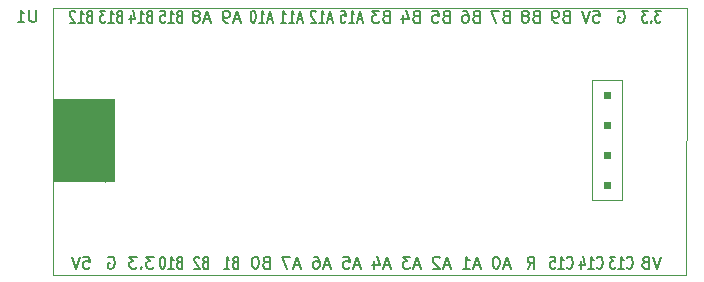
<source format=gbr>
G04 #@! TF.GenerationSoftware,KiCad,Pcbnew,(5.1.4-0-10_14)*
G04 #@! TF.CreationDate,2020-04-04T17:45:35+02:00*
G04 #@! TF.ProjectId,Untitled,556e7469-746c-4656-942e-6b696361645f,rev?*
G04 #@! TF.SameCoordinates,Original*
G04 #@! TF.FileFunction,Legend,Bot*
G04 #@! TF.FilePolarity,Positive*
%FSLAX46Y46*%
G04 Gerber Fmt 4.6, Leading zero omitted, Abs format (unit mm)*
G04 Created by KiCad (PCBNEW (5.1.4-0-10_14)) date 2020-04-04 17:45:35*
%MOMM*%
%LPD*%
G04 APERTURE LIST*
%ADD10C,0.100000*%
%ADD11C,0.120000*%
%ADD12C,0.150000*%
G04 APERTURE END LIST*
D10*
G36*
X154975560Y-28011120D02*
G01*
X155483560Y-28011120D01*
X155483560Y-28519120D01*
X154975560Y-28519120D01*
X154975560Y-28011120D01*
G37*
X154975560Y-28011120D02*
X155483560Y-28011120D01*
X155483560Y-28519120D01*
X154975560Y-28519120D01*
X154975560Y-28011120D01*
G36*
X154975560Y-25471120D02*
G01*
X155483560Y-25471120D01*
X155483560Y-25979120D01*
X154975560Y-25979120D01*
X154975560Y-25471120D01*
G37*
X154975560Y-25471120D02*
X155483560Y-25471120D01*
X155483560Y-25979120D01*
X154975560Y-25979120D01*
X154975560Y-25471120D01*
G36*
X154975560Y-22931120D02*
G01*
X155483560Y-22931120D01*
X155483560Y-23439120D01*
X154975560Y-23439120D01*
X154975560Y-22931120D01*
G37*
X154975560Y-22931120D02*
X155483560Y-22931120D01*
X155483560Y-23439120D01*
X154975560Y-23439120D01*
X154975560Y-22931120D01*
G36*
X154975560Y-20391120D02*
G01*
X155483560Y-20391120D01*
X155483560Y-20899120D01*
X154975560Y-20899120D01*
X154975560Y-20391120D01*
G37*
X154975560Y-20391120D02*
X155483560Y-20391120D01*
X155483560Y-20899120D01*
X154975560Y-20899120D01*
X154975560Y-20391120D01*
D11*
X153959560Y-29535120D02*
X153959560Y-19375120D01*
X156499560Y-29535120D02*
X153959560Y-29535120D01*
X156499560Y-19375120D02*
X156499560Y-29535120D01*
X153959560Y-19375120D02*
X156499560Y-19375120D01*
D10*
G36*
X108400500Y-20942500D02*
G01*
X113480500Y-20942500D01*
X113480500Y-27927500D01*
X108400500Y-27927500D01*
X108400500Y-20942500D01*
G37*
X108400500Y-20942500D02*
X113480500Y-20942500D01*
X113480500Y-27927500D01*
X108400500Y-27927500D01*
X108400500Y-20942500D01*
D11*
X112684560Y-20962620D02*
X112684560Y-27947620D01*
X161930500Y-13227500D02*
X108280500Y-13227500D01*
X161880500Y-35827500D02*
X161930500Y-13227500D01*
X108280500Y-35827500D02*
X161880500Y-35827500D01*
X108280500Y-13227500D02*
X108280500Y-35827500D01*
D12*
X106870404Y-13422380D02*
X106870404Y-14231904D01*
X106822785Y-14327142D01*
X106775166Y-14374761D01*
X106679928Y-14422380D01*
X106489452Y-14422380D01*
X106394214Y-14374761D01*
X106346595Y-14327142D01*
X106298976Y-14231904D01*
X106298976Y-13422380D01*
X105298976Y-14422380D02*
X105870404Y-14422380D01*
X105584690Y-14422380D02*
X105584690Y-13422380D01*
X105679928Y-13565238D01*
X105775166Y-13660476D01*
X105870404Y-13708095D01*
X148470976Y-35313880D02*
X148804309Y-34837690D01*
X149042404Y-35313880D02*
X149042404Y-34313880D01*
X148661452Y-34313880D01*
X148566214Y-34361500D01*
X148518595Y-34409119D01*
X148470976Y-34504357D01*
X148470976Y-34647214D01*
X148518595Y-34742452D01*
X148566214Y-34790071D01*
X148661452Y-34837690D01*
X149042404Y-34837690D01*
X156138595Y-13533500D02*
X156233833Y-13485880D01*
X156376690Y-13485880D01*
X156519547Y-13533500D01*
X156614785Y-13628738D01*
X156662404Y-13723976D01*
X156710023Y-13914452D01*
X156710023Y-14057309D01*
X156662404Y-14247785D01*
X156614785Y-14343023D01*
X156519547Y-14438261D01*
X156376690Y-14485880D01*
X156281452Y-14485880D01*
X156138595Y-14438261D01*
X156090976Y-14390642D01*
X156090976Y-14057309D01*
X156281452Y-14057309D01*
X159738785Y-13485880D02*
X159267071Y-13485880D01*
X159521071Y-13866833D01*
X159412214Y-13866833D01*
X159339642Y-13914452D01*
X159303357Y-13962071D01*
X159267071Y-14057309D01*
X159267071Y-14295404D01*
X159303357Y-14390642D01*
X159339642Y-14438261D01*
X159412214Y-14485880D01*
X159629928Y-14485880D01*
X159702500Y-14438261D01*
X159738785Y-14390642D01*
X158940500Y-14390642D02*
X158904214Y-14438261D01*
X158940500Y-14485880D01*
X158976785Y-14438261D01*
X158940500Y-14390642D01*
X158940500Y-14485880D01*
X158650214Y-13485880D02*
X158178500Y-13485880D01*
X158432500Y-13866833D01*
X158323642Y-13866833D01*
X158251071Y-13914452D01*
X158214785Y-13962071D01*
X158178500Y-14057309D01*
X158178500Y-14295404D01*
X158214785Y-14390642D01*
X158251071Y-14438261D01*
X158323642Y-14485880D01*
X158541357Y-14485880D01*
X158613928Y-14438261D01*
X158650214Y-14390642D01*
X154050976Y-13485880D02*
X154527166Y-13485880D01*
X154574785Y-13962071D01*
X154527166Y-13914452D01*
X154431928Y-13866833D01*
X154193833Y-13866833D01*
X154098595Y-13914452D01*
X154050976Y-13962071D01*
X154003357Y-14057309D01*
X154003357Y-14295404D01*
X154050976Y-14390642D01*
X154098595Y-14438261D01*
X154193833Y-14485880D01*
X154431928Y-14485880D01*
X154527166Y-14438261D01*
X154574785Y-14390642D01*
X153717642Y-13485880D02*
X153384309Y-14485880D01*
X153050976Y-13485880D01*
X151725261Y-13962071D02*
X151582404Y-14009690D01*
X151534785Y-14057309D01*
X151487166Y-14152547D01*
X151487166Y-14295404D01*
X151534785Y-14390642D01*
X151582404Y-14438261D01*
X151677642Y-14485880D01*
X152058595Y-14485880D01*
X152058595Y-13485880D01*
X151725261Y-13485880D01*
X151630023Y-13533500D01*
X151582404Y-13581119D01*
X151534785Y-13676357D01*
X151534785Y-13771595D01*
X151582404Y-13866833D01*
X151630023Y-13914452D01*
X151725261Y-13962071D01*
X152058595Y-13962071D01*
X151010976Y-14485880D02*
X150820500Y-14485880D01*
X150725261Y-14438261D01*
X150677642Y-14390642D01*
X150582404Y-14247785D01*
X150534785Y-14057309D01*
X150534785Y-13676357D01*
X150582404Y-13581119D01*
X150630023Y-13533500D01*
X150725261Y-13485880D01*
X150915738Y-13485880D01*
X151010976Y-13533500D01*
X151058595Y-13581119D01*
X151106214Y-13676357D01*
X151106214Y-13914452D01*
X151058595Y-14009690D01*
X151010976Y-14057309D01*
X150915738Y-14104928D01*
X150725261Y-14104928D01*
X150630023Y-14057309D01*
X150582404Y-14009690D01*
X150534785Y-13914452D01*
X149185261Y-13962071D02*
X149042404Y-14009690D01*
X148994785Y-14057309D01*
X148947166Y-14152547D01*
X148947166Y-14295404D01*
X148994785Y-14390642D01*
X149042404Y-14438261D01*
X149137642Y-14485880D01*
X149518595Y-14485880D01*
X149518595Y-13485880D01*
X149185261Y-13485880D01*
X149090023Y-13533500D01*
X149042404Y-13581119D01*
X148994785Y-13676357D01*
X148994785Y-13771595D01*
X149042404Y-13866833D01*
X149090023Y-13914452D01*
X149185261Y-13962071D01*
X149518595Y-13962071D01*
X148375738Y-13914452D02*
X148470976Y-13866833D01*
X148518595Y-13819214D01*
X148566214Y-13723976D01*
X148566214Y-13676357D01*
X148518595Y-13581119D01*
X148470976Y-13533500D01*
X148375738Y-13485880D01*
X148185261Y-13485880D01*
X148090023Y-13533500D01*
X148042404Y-13581119D01*
X147994785Y-13676357D01*
X147994785Y-13723976D01*
X148042404Y-13819214D01*
X148090023Y-13866833D01*
X148185261Y-13914452D01*
X148375738Y-13914452D01*
X148470976Y-13962071D01*
X148518595Y-14009690D01*
X148566214Y-14104928D01*
X148566214Y-14295404D01*
X148518595Y-14390642D01*
X148470976Y-14438261D01*
X148375738Y-14485880D01*
X148185261Y-14485880D01*
X148090023Y-14438261D01*
X148042404Y-14390642D01*
X147994785Y-14295404D01*
X147994785Y-14104928D01*
X148042404Y-14009690D01*
X148090023Y-13962071D01*
X148185261Y-13914452D01*
X146645261Y-13962071D02*
X146502404Y-14009690D01*
X146454785Y-14057309D01*
X146407166Y-14152547D01*
X146407166Y-14295404D01*
X146454785Y-14390642D01*
X146502404Y-14438261D01*
X146597642Y-14485880D01*
X146978595Y-14485880D01*
X146978595Y-13485880D01*
X146645261Y-13485880D01*
X146550023Y-13533500D01*
X146502404Y-13581119D01*
X146454785Y-13676357D01*
X146454785Y-13771595D01*
X146502404Y-13866833D01*
X146550023Y-13914452D01*
X146645261Y-13962071D01*
X146978595Y-13962071D01*
X146073833Y-13485880D02*
X145407166Y-13485880D01*
X145835738Y-14485880D01*
X144105261Y-13962071D02*
X143962404Y-14009690D01*
X143914785Y-14057309D01*
X143867166Y-14152547D01*
X143867166Y-14295404D01*
X143914785Y-14390642D01*
X143962404Y-14438261D01*
X144057642Y-14485880D01*
X144438595Y-14485880D01*
X144438595Y-13485880D01*
X144105261Y-13485880D01*
X144010023Y-13533500D01*
X143962404Y-13581119D01*
X143914785Y-13676357D01*
X143914785Y-13771595D01*
X143962404Y-13866833D01*
X144010023Y-13914452D01*
X144105261Y-13962071D01*
X144438595Y-13962071D01*
X143010023Y-13485880D02*
X143200500Y-13485880D01*
X143295738Y-13533500D01*
X143343357Y-13581119D01*
X143438595Y-13723976D01*
X143486214Y-13914452D01*
X143486214Y-14295404D01*
X143438595Y-14390642D01*
X143390976Y-14438261D01*
X143295738Y-14485880D01*
X143105261Y-14485880D01*
X143010023Y-14438261D01*
X142962404Y-14390642D01*
X142914785Y-14295404D01*
X142914785Y-14057309D01*
X142962404Y-13962071D01*
X143010023Y-13914452D01*
X143105261Y-13866833D01*
X143295738Y-13866833D01*
X143390976Y-13914452D01*
X143438595Y-13962071D01*
X143486214Y-14057309D01*
X141565261Y-13962071D02*
X141422404Y-14009690D01*
X141374785Y-14057309D01*
X141327166Y-14152547D01*
X141327166Y-14295404D01*
X141374785Y-14390642D01*
X141422404Y-14438261D01*
X141517642Y-14485880D01*
X141898595Y-14485880D01*
X141898595Y-13485880D01*
X141565261Y-13485880D01*
X141470023Y-13533500D01*
X141422404Y-13581119D01*
X141374785Y-13676357D01*
X141374785Y-13771595D01*
X141422404Y-13866833D01*
X141470023Y-13914452D01*
X141565261Y-13962071D01*
X141898595Y-13962071D01*
X140422404Y-13485880D02*
X140898595Y-13485880D01*
X140946214Y-13962071D01*
X140898595Y-13914452D01*
X140803357Y-13866833D01*
X140565261Y-13866833D01*
X140470023Y-13914452D01*
X140422404Y-13962071D01*
X140374785Y-14057309D01*
X140374785Y-14295404D01*
X140422404Y-14390642D01*
X140470023Y-14438261D01*
X140565261Y-14485880D01*
X140803357Y-14485880D01*
X140898595Y-14438261D01*
X140946214Y-14390642D01*
X139025261Y-13962071D02*
X138882404Y-14009690D01*
X138834785Y-14057309D01*
X138787166Y-14152547D01*
X138787166Y-14295404D01*
X138834785Y-14390642D01*
X138882404Y-14438261D01*
X138977642Y-14485880D01*
X139358595Y-14485880D01*
X139358595Y-13485880D01*
X139025261Y-13485880D01*
X138930023Y-13533500D01*
X138882404Y-13581119D01*
X138834785Y-13676357D01*
X138834785Y-13771595D01*
X138882404Y-13866833D01*
X138930023Y-13914452D01*
X139025261Y-13962071D01*
X139358595Y-13962071D01*
X137930023Y-13819214D02*
X137930023Y-14485880D01*
X138168119Y-13438261D02*
X138406214Y-14152547D01*
X137787166Y-14152547D01*
X136485261Y-13962071D02*
X136342404Y-14009690D01*
X136294785Y-14057309D01*
X136247166Y-14152547D01*
X136247166Y-14295404D01*
X136294785Y-14390642D01*
X136342404Y-14438261D01*
X136437642Y-14485880D01*
X136818595Y-14485880D01*
X136818595Y-13485880D01*
X136485261Y-13485880D01*
X136390023Y-13533500D01*
X136342404Y-13581119D01*
X136294785Y-13676357D01*
X136294785Y-13771595D01*
X136342404Y-13866833D01*
X136390023Y-13914452D01*
X136485261Y-13962071D01*
X136818595Y-13962071D01*
X135913833Y-13485880D02*
X135294785Y-13485880D01*
X135628119Y-13866833D01*
X135485261Y-13866833D01*
X135390023Y-13914452D01*
X135342404Y-13962071D01*
X135294785Y-14057309D01*
X135294785Y-14295404D01*
X135342404Y-14390642D01*
X135390023Y-14438261D01*
X135485261Y-14485880D01*
X135770976Y-14485880D01*
X135866214Y-14438261D01*
X135913833Y-14390642D01*
X134447642Y-14200166D02*
X134084785Y-14200166D01*
X134520214Y-14485880D02*
X134266214Y-13485880D01*
X134012214Y-14485880D01*
X133359071Y-14485880D02*
X133794500Y-14485880D01*
X133576785Y-14485880D02*
X133576785Y-13485880D01*
X133649357Y-13628738D01*
X133721928Y-13723976D01*
X133794500Y-13771595D01*
X132669642Y-13485880D02*
X133032500Y-13485880D01*
X133068785Y-13962071D01*
X133032500Y-13914452D01*
X132959928Y-13866833D01*
X132778500Y-13866833D01*
X132705928Y-13914452D01*
X132669642Y-13962071D01*
X132633357Y-14057309D01*
X132633357Y-14295404D01*
X132669642Y-14390642D01*
X132705928Y-14438261D01*
X132778500Y-14485880D01*
X132959928Y-14485880D01*
X133032500Y-14438261D01*
X133068785Y-14390642D01*
X131907642Y-14200166D02*
X131544785Y-14200166D01*
X131980214Y-14485880D02*
X131726214Y-13485880D01*
X131472214Y-14485880D01*
X130819071Y-14485880D02*
X131254500Y-14485880D01*
X131036785Y-14485880D02*
X131036785Y-13485880D01*
X131109357Y-13628738D01*
X131181928Y-13723976D01*
X131254500Y-13771595D01*
X130528785Y-13581119D02*
X130492500Y-13533500D01*
X130419928Y-13485880D01*
X130238500Y-13485880D01*
X130165928Y-13533500D01*
X130129642Y-13581119D01*
X130093357Y-13676357D01*
X130093357Y-13771595D01*
X130129642Y-13914452D01*
X130565071Y-14485880D01*
X130093357Y-14485880D01*
X129367642Y-14200166D02*
X129004785Y-14200166D01*
X129440214Y-14485880D02*
X129186214Y-13485880D01*
X128932214Y-14485880D01*
X128279071Y-14485880D02*
X128714500Y-14485880D01*
X128496785Y-14485880D02*
X128496785Y-13485880D01*
X128569357Y-13628738D01*
X128641928Y-13723976D01*
X128714500Y-13771595D01*
X127553357Y-14485880D02*
X127988785Y-14485880D01*
X127771071Y-14485880D02*
X127771071Y-13485880D01*
X127843642Y-13628738D01*
X127916214Y-13723976D01*
X127988785Y-13771595D01*
X126827642Y-14200166D02*
X126464785Y-14200166D01*
X126900214Y-14485880D02*
X126646214Y-13485880D01*
X126392214Y-14485880D01*
X125739071Y-14485880D02*
X126174500Y-14485880D01*
X125956785Y-14485880D02*
X125956785Y-13485880D01*
X126029357Y-13628738D01*
X126101928Y-13723976D01*
X126174500Y-13771595D01*
X125267357Y-13485880D02*
X125194785Y-13485880D01*
X125122214Y-13533500D01*
X125085928Y-13581119D01*
X125049642Y-13676357D01*
X125013357Y-13866833D01*
X125013357Y-14104928D01*
X125049642Y-14295404D01*
X125085928Y-14390642D01*
X125122214Y-14438261D01*
X125194785Y-14485880D01*
X125267357Y-14485880D01*
X125339928Y-14438261D01*
X125376214Y-14390642D01*
X125412500Y-14295404D01*
X125448785Y-14104928D01*
X125448785Y-13866833D01*
X125412500Y-13676357D01*
X125376214Y-13581119D01*
X125339928Y-13533500D01*
X125267357Y-13485880D01*
X124094785Y-14200166D02*
X123618595Y-14200166D01*
X124190023Y-14485880D02*
X123856690Y-13485880D01*
X123523357Y-14485880D01*
X123142404Y-14485880D02*
X122951928Y-14485880D01*
X122856690Y-14438261D01*
X122809071Y-14390642D01*
X122713833Y-14247785D01*
X122666214Y-14057309D01*
X122666214Y-13676357D01*
X122713833Y-13581119D01*
X122761452Y-13533500D01*
X122856690Y-13485880D01*
X123047166Y-13485880D01*
X123142404Y-13533500D01*
X123190023Y-13581119D01*
X123237642Y-13676357D01*
X123237642Y-13914452D01*
X123190023Y-14009690D01*
X123142404Y-14057309D01*
X123047166Y-14104928D01*
X122856690Y-14104928D01*
X122761452Y-14057309D01*
X122713833Y-14009690D01*
X122666214Y-13914452D01*
X121554785Y-14200166D02*
X121078595Y-14200166D01*
X121650023Y-14485880D02*
X121316690Y-13485880D01*
X120983357Y-14485880D01*
X120507166Y-13914452D02*
X120602404Y-13866833D01*
X120650023Y-13819214D01*
X120697642Y-13723976D01*
X120697642Y-13676357D01*
X120650023Y-13581119D01*
X120602404Y-13533500D01*
X120507166Y-13485880D01*
X120316690Y-13485880D01*
X120221452Y-13533500D01*
X120173833Y-13581119D01*
X120126214Y-13676357D01*
X120126214Y-13723976D01*
X120173833Y-13819214D01*
X120221452Y-13866833D01*
X120316690Y-13914452D01*
X120507166Y-13914452D01*
X120602404Y-13962071D01*
X120650023Y-14009690D01*
X120697642Y-14104928D01*
X120697642Y-14295404D01*
X120650023Y-14390642D01*
X120602404Y-14438261D01*
X120507166Y-14485880D01*
X120316690Y-14485880D01*
X120221452Y-14438261D01*
X120173833Y-14390642D01*
X120126214Y-14295404D01*
X120126214Y-14104928D01*
X120173833Y-14009690D01*
X120221452Y-13962071D01*
X120316690Y-13914452D01*
X118971785Y-13962071D02*
X118862928Y-14009690D01*
X118826642Y-14057309D01*
X118790357Y-14152547D01*
X118790357Y-14295404D01*
X118826642Y-14390642D01*
X118862928Y-14438261D01*
X118935500Y-14485880D01*
X119225785Y-14485880D01*
X119225785Y-13485880D01*
X118971785Y-13485880D01*
X118899214Y-13533500D01*
X118862928Y-13581119D01*
X118826642Y-13676357D01*
X118826642Y-13771595D01*
X118862928Y-13866833D01*
X118899214Y-13914452D01*
X118971785Y-13962071D01*
X119225785Y-13962071D01*
X118064642Y-14485880D02*
X118500071Y-14485880D01*
X118282357Y-14485880D02*
X118282357Y-13485880D01*
X118354928Y-13628738D01*
X118427500Y-13723976D01*
X118500071Y-13771595D01*
X117375214Y-13485880D02*
X117738071Y-13485880D01*
X117774357Y-13962071D01*
X117738071Y-13914452D01*
X117665500Y-13866833D01*
X117484071Y-13866833D01*
X117411500Y-13914452D01*
X117375214Y-13962071D01*
X117338928Y-14057309D01*
X117338928Y-14295404D01*
X117375214Y-14390642D01*
X117411500Y-14438261D01*
X117484071Y-14485880D01*
X117665500Y-14485880D01*
X117738071Y-14438261D01*
X117774357Y-14390642D01*
X116431785Y-13962071D02*
X116322928Y-14009690D01*
X116286642Y-14057309D01*
X116250357Y-14152547D01*
X116250357Y-14295404D01*
X116286642Y-14390642D01*
X116322928Y-14438261D01*
X116395500Y-14485880D01*
X116685785Y-14485880D01*
X116685785Y-13485880D01*
X116431785Y-13485880D01*
X116359214Y-13533500D01*
X116322928Y-13581119D01*
X116286642Y-13676357D01*
X116286642Y-13771595D01*
X116322928Y-13866833D01*
X116359214Y-13914452D01*
X116431785Y-13962071D01*
X116685785Y-13962071D01*
X115524642Y-14485880D02*
X115960071Y-14485880D01*
X115742357Y-14485880D02*
X115742357Y-13485880D01*
X115814928Y-13628738D01*
X115887500Y-13723976D01*
X115960071Y-13771595D01*
X114871500Y-13819214D02*
X114871500Y-14485880D01*
X115052928Y-13438261D02*
X115234357Y-14152547D01*
X114762642Y-14152547D01*
X113891785Y-13962071D02*
X113782928Y-14009690D01*
X113746642Y-14057309D01*
X113710357Y-14152547D01*
X113710357Y-14295404D01*
X113746642Y-14390642D01*
X113782928Y-14438261D01*
X113855500Y-14485880D01*
X114145785Y-14485880D01*
X114145785Y-13485880D01*
X113891785Y-13485880D01*
X113819214Y-13533500D01*
X113782928Y-13581119D01*
X113746642Y-13676357D01*
X113746642Y-13771595D01*
X113782928Y-13866833D01*
X113819214Y-13914452D01*
X113891785Y-13962071D01*
X114145785Y-13962071D01*
X112984642Y-14485880D02*
X113420071Y-14485880D01*
X113202357Y-14485880D02*
X113202357Y-13485880D01*
X113274928Y-13628738D01*
X113347500Y-13723976D01*
X113420071Y-13771595D01*
X112730642Y-13485880D02*
X112258928Y-13485880D01*
X112512928Y-13866833D01*
X112404071Y-13866833D01*
X112331500Y-13914452D01*
X112295214Y-13962071D01*
X112258928Y-14057309D01*
X112258928Y-14295404D01*
X112295214Y-14390642D01*
X112331500Y-14438261D01*
X112404071Y-14485880D01*
X112621785Y-14485880D01*
X112694357Y-14438261D01*
X112730642Y-14390642D01*
X111351785Y-13962071D02*
X111242928Y-14009690D01*
X111206642Y-14057309D01*
X111170357Y-14152547D01*
X111170357Y-14295404D01*
X111206642Y-14390642D01*
X111242928Y-14438261D01*
X111315500Y-14485880D01*
X111605785Y-14485880D01*
X111605785Y-13485880D01*
X111351785Y-13485880D01*
X111279214Y-13533500D01*
X111242928Y-13581119D01*
X111206642Y-13676357D01*
X111206642Y-13771595D01*
X111242928Y-13866833D01*
X111279214Y-13914452D01*
X111351785Y-13962071D01*
X111605785Y-13962071D01*
X110444642Y-14485880D02*
X110880071Y-14485880D01*
X110662357Y-14485880D02*
X110662357Y-13485880D01*
X110734928Y-13628738D01*
X110807500Y-13723976D01*
X110880071Y-13771595D01*
X110154357Y-13581119D02*
X110118071Y-13533500D01*
X110045500Y-13485880D01*
X109864071Y-13485880D01*
X109791500Y-13533500D01*
X109755214Y-13581119D01*
X109718928Y-13676357D01*
X109718928Y-13771595D01*
X109755214Y-13914452D01*
X110190642Y-14485880D01*
X109718928Y-14485880D01*
X159773833Y-34313880D02*
X159440500Y-35313880D01*
X159107166Y-34313880D01*
X158440500Y-34790071D02*
X158297642Y-34837690D01*
X158250023Y-34885309D01*
X158202404Y-34980547D01*
X158202404Y-35123404D01*
X158250023Y-35218642D01*
X158297642Y-35266261D01*
X158392880Y-35313880D01*
X158773833Y-35313880D01*
X158773833Y-34313880D01*
X158440500Y-34313880D01*
X158345261Y-34361500D01*
X158297642Y-34409119D01*
X158250023Y-34504357D01*
X158250023Y-34599595D01*
X158297642Y-34694833D01*
X158345261Y-34742452D01*
X158440500Y-34790071D01*
X158773833Y-34790071D01*
X156890357Y-35218642D02*
X156926642Y-35266261D01*
X157035500Y-35313880D01*
X157108071Y-35313880D01*
X157216928Y-35266261D01*
X157289500Y-35171023D01*
X157325785Y-35075785D01*
X157362071Y-34885309D01*
X157362071Y-34742452D01*
X157325785Y-34551976D01*
X157289500Y-34456738D01*
X157216928Y-34361500D01*
X157108071Y-34313880D01*
X157035500Y-34313880D01*
X156926642Y-34361500D01*
X156890357Y-34409119D01*
X156164642Y-35313880D02*
X156600071Y-35313880D01*
X156382357Y-35313880D02*
X156382357Y-34313880D01*
X156454928Y-34456738D01*
X156527500Y-34551976D01*
X156600071Y-34599595D01*
X155910642Y-34313880D02*
X155438928Y-34313880D01*
X155692928Y-34694833D01*
X155584071Y-34694833D01*
X155511500Y-34742452D01*
X155475214Y-34790071D01*
X155438928Y-34885309D01*
X155438928Y-35123404D01*
X155475214Y-35218642D01*
X155511500Y-35266261D01*
X155584071Y-35313880D01*
X155801785Y-35313880D01*
X155874357Y-35266261D01*
X155910642Y-35218642D01*
X154350357Y-35218642D02*
X154386642Y-35266261D01*
X154495500Y-35313880D01*
X154568071Y-35313880D01*
X154676928Y-35266261D01*
X154749500Y-35171023D01*
X154785785Y-35075785D01*
X154822071Y-34885309D01*
X154822071Y-34742452D01*
X154785785Y-34551976D01*
X154749500Y-34456738D01*
X154676928Y-34361500D01*
X154568071Y-34313880D01*
X154495500Y-34313880D01*
X154386642Y-34361500D01*
X154350357Y-34409119D01*
X153624642Y-35313880D02*
X154060071Y-35313880D01*
X153842357Y-35313880D02*
X153842357Y-34313880D01*
X153914928Y-34456738D01*
X153987500Y-34551976D01*
X154060071Y-34599595D01*
X152971500Y-34647214D02*
X152971500Y-35313880D01*
X153152928Y-34266261D02*
X153334357Y-34980547D01*
X152862642Y-34980547D01*
X151810357Y-35218642D02*
X151846642Y-35266261D01*
X151955500Y-35313880D01*
X152028071Y-35313880D01*
X152136928Y-35266261D01*
X152209500Y-35171023D01*
X152245785Y-35075785D01*
X152282071Y-34885309D01*
X152282071Y-34742452D01*
X152245785Y-34551976D01*
X152209500Y-34456738D01*
X152136928Y-34361500D01*
X152028071Y-34313880D01*
X151955500Y-34313880D01*
X151846642Y-34361500D01*
X151810357Y-34409119D01*
X151084642Y-35313880D02*
X151520071Y-35313880D01*
X151302357Y-35313880D02*
X151302357Y-34313880D01*
X151374928Y-34456738D01*
X151447500Y-34551976D01*
X151520071Y-34599595D01*
X150395214Y-34313880D02*
X150758071Y-34313880D01*
X150794357Y-34790071D01*
X150758071Y-34742452D01*
X150685500Y-34694833D01*
X150504071Y-34694833D01*
X150431500Y-34742452D01*
X150395214Y-34790071D01*
X150358928Y-34885309D01*
X150358928Y-35123404D01*
X150395214Y-35218642D01*
X150431500Y-35266261D01*
X150504071Y-35313880D01*
X150685500Y-35313880D01*
X150758071Y-35266261D01*
X150794357Y-35218642D01*
X146954785Y-35028166D02*
X146478595Y-35028166D01*
X147050023Y-35313880D02*
X146716690Y-34313880D01*
X146383357Y-35313880D01*
X145859547Y-34313880D02*
X145764309Y-34313880D01*
X145669071Y-34361500D01*
X145621452Y-34409119D01*
X145573833Y-34504357D01*
X145526214Y-34694833D01*
X145526214Y-34932928D01*
X145573833Y-35123404D01*
X145621452Y-35218642D01*
X145669071Y-35266261D01*
X145764309Y-35313880D01*
X145859547Y-35313880D01*
X145954785Y-35266261D01*
X146002404Y-35218642D01*
X146050023Y-35123404D01*
X146097642Y-34932928D01*
X146097642Y-34694833D01*
X146050023Y-34504357D01*
X146002404Y-34409119D01*
X145954785Y-34361500D01*
X145859547Y-34313880D01*
X144414785Y-35028166D02*
X143938595Y-35028166D01*
X144510023Y-35313880D02*
X144176690Y-34313880D01*
X143843357Y-35313880D01*
X142986214Y-35313880D02*
X143557642Y-35313880D01*
X143271928Y-35313880D02*
X143271928Y-34313880D01*
X143367166Y-34456738D01*
X143462404Y-34551976D01*
X143557642Y-34599595D01*
X141874785Y-35028166D02*
X141398595Y-35028166D01*
X141970023Y-35313880D02*
X141636690Y-34313880D01*
X141303357Y-35313880D01*
X141017642Y-34409119D02*
X140970023Y-34361500D01*
X140874785Y-34313880D01*
X140636690Y-34313880D01*
X140541452Y-34361500D01*
X140493833Y-34409119D01*
X140446214Y-34504357D01*
X140446214Y-34599595D01*
X140493833Y-34742452D01*
X141065261Y-35313880D01*
X140446214Y-35313880D01*
X139334785Y-35028166D02*
X138858595Y-35028166D01*
X139430023Y-35313880D02*
X139096690Y-34313880D01*
X138763357Y-35313880D01*
X138525261Y-34313880D02*
X137906214Y-34313880D01*
X138239547Y-34694833D01*
X138096690Y-34694833D01*
X138001452Y-34742452D01*
X137953833Y-34790071D01*
X137906214Y-34885309D01*
X137906214Y-35123404D01*
X137953833Y-35218642D01*
X138001452Y-35266261D01*
X138096690Y-35313880D01*
X138382404Y-35313880D01*
X138477642Y-35266261D01*
X138525261Y-35218642D01*
X136794785Y-35028166D02*
X136318595Y-35028166D01*
X136890023Y-35313880D02*
X136556690Y-34313880D01*
X136223357Y-35313880D01*
X135461452Y-34647214D02*
X135461452Y-35313880D01*
X135699547Y-34266261D02*
X135937642Y-34980547D01*
X135318595Y-34980547D01*
X134254785Y-35028166D02*
X133778595Y-35028166D01*
X134350023Y-35313880D02*
X134016690Y-34313880D01*
X133683357Y-35313880D01*
X132873833Y-34313880D02*
X133350023Y-34313880D01*
X133397642Y-34790071D01*
X133350023Y-34742452D01*
X133254785Y-34694833D01*
X133016690Y-34694833D01*
X132921452Y-34742452D01*
X132873833Y-34790071D01*
X132826214Y-34885309D01*
X132826214Y-35123404D01*
X132873833Y-35218642D01*
X132921452Y-35266261D01*
X133016690Y-35313880D01*
X133254785Y-35313880D01*
X133350023Y-35266261D01*
X133397642Y-35218642D01*
X131714785Y-35028166D02*
X131238595Y-35028166D01*
X131810023Y-35313880D02*
X131476690Y-34313880D01*
X131143357Y-35313880D01*
X130381452Y-34313880D02*
X130571928Y-34313880D01*
X130667166Y-34361500D01*
X130714785Y-34409119D01*
X130810023Y-34551976D01*
X130857642Y-34742452D01*
X130857642Y-35123404D01*
X130810023Y-35218642D01*
X130762404Y-35266261D01*
X130667166Y-35313880D01*
X130476690Y-35313880D01*
X130381452Y-35266261D01*
X130333833Y-35218642D01*
X130286214Y-35123404D01*
X130286214Y-34885309D01*
X130333833Y-34790071D01*
X130381452Y-34742452D01*
X130476690Y-34694833D01*
X130667166Y-34694833D01*
X130762404Y-34742452D01*
X130810023Y-34790071D01*
X130857642Y-34885309D01*
X129174785Y-35028166D02*
X128698595Y-35028166D01*
X129270023Y-35313880D02*
X128936690Y-34313880D01*
X128603357Y-35313880D01*
X128365261Y-34313880D02*
X127698595Y-34313880D01*
X128127166Y-35313880D01*
X126325261Y-34790071D02*
X126182404Y-34837690D01*
X126134785Y-34885309D01*
X126087166Y-34980547D01*
X126087166Y-35123404D01*
X126134785Y-35218642D01*
X126182404Y-35266261D01*
X126277642Y-35313880D01*
X126658595Y-35313880D01*
X126658595Y-34313880D01*
X126325261Y-34313880D01*
X126230023Y-34361500D01*
X126182404Y-34409119D01*
X126134785Y-34504357D01*
X126134785Y-34599595D01*
X126182404Y-34694833D01*
X126230023Y-34742452D01*
X126325261Y-34790071D01*
X126658595Y-34790071D01*
X125468119Y-34313880D02*
X125372880Y-34313880D01*
X125277642Y-34361500D01*
X125230023Y-34409119D01*
X125182404Y-34504357D01*
X125134785Y-34694833D01*
X125134785Y-34932928D01*
X125182404Y-35123404D01*
X125230023Y-35218642D01*
X125277642Y-35266261D01*
X125372880Y-35313880D01*
X125468119Y-35313880D01*
X125563357Y-35266261D01*
X125610976Y-35218642D01*
X125658595Y-35123404D01*
X125706214Y-34932928D01*
X125706214Y-34694833D01*
X125658595Y-34504357D01*
X125610976Y-34409119D01*
X125563357Y-34361500D01*
X125468119Y-34313880D01*
X123688928Y-34790071D02*
X123580071Y-34837690D01*
X123543785Y-34885309D01*
X123507500Y-34980547D01*
X123507500Y-35123404D01*
X123543785Y-35218642D01*
X123580071Y-35266261D01*
X123652642Y-35313880D01*
X123942928Y-35313880D01*
X123942928Y-34313880D01*
X123688928Y-34313880D01*
X123616357Y-34361500D01*
X123580071Y-34409119D01*
X123543785Y-34504357D01*
X123543785Y-34599595D01*
X123580071Y-34694833D01*
X123616357Y-34742452D01*
X123688928Y-34790071D01*
X123942928Y-34790071D01*
X122781785Y-35313880D02*
X123217214Y-35313880D01*
X122999500Y-35313880D02*
X122999500Y-34313880D01*
X123072071Y-34456738D01*
X123144642Y-34551976D01*
X123217214Y-34599595D01*
X121148928Y-34790071D02*
X121040071Y-34837690D01*
X121003785Y-34885309D01*
X120967500Y-34980547D01*
X120967500Y-35123404D01*
X121003785Y-35218642D01*
X121040071Y-35266261D01*
X121112642Y-35313880D01*
X121402928Y-35313880D01*
X121402928Y-34313880D01*
X121148928Y-34313880D01*
X121076357Y-34361500D01*
X121040071Y-34409119D01*
X121003785Y-34504357D01*
X121003785Y-34599595D01*
X121040071Y-34694833D01*
X121076357Y-34742452D01*
X121148928Y-34790071D01*
X121402928Y-34790071D01*
X120677214Y-34409119D02*
X120640928Y-34361500D01*
X120568357Y-34313880D01*
X120386928Y-34313880D01*
X120314357Y-34361500D01*
X120278071Y-34409119D01*
X120241785Y-34504357D01*
X120241785Y-34599595D01*
X120278071Y-34742452D01*
X120713500Y-35313880D01*
X120241785Y-35313880D01*
X118971785Y-34790071D02*
X118862928Y-34837690D01*
X118826642Y-34885309D01*
X118790357Y-34980547D01*
X118790357Y-35123404D01*
X118826642Y-35218642D01*
X118862928Y-35266261D01*
X118935500Y-35313880D01*
X119225785Y-35313880D01*
X119225785Y-34313880D01*
X118971785Y-34313880D01*
X118899214Y-34361500D01*
X118862928Y-34409119D01*
X118826642Y-34504357D01*
X118826642Y-34599595D01*
X118862928Y-34694833D01*
X118899214Y-34742452D01*
X118971785Y-34790071D01*
X119225785Y-34790071D01*
X118064642Y-35313880D02*
X118500071Y-35313880D01*
X118282357Y-35313880D02*
X118282357Y-34313880D01*
X118354928Y-34456738D01*
X118427500Y-34551976D01*
X118500071Y-34599595D01*
X117592928Y-34313880D02*
X117520357Y-34313880D01*
X117447785Y-34361500D01*
X117411500Y-34409119D01*
X117375214Y-34504357D01*
X117338928Y-34694833D01*
X117338928Y-34932928D01*
X117375214Y-35123404D01*
X117411500Y-35218642D01*
X117447785Y-35266261D01*
X117520357Y-35313880D01*
X117592928Y-35313880D01*
X117665500Y-35266261D01*
X117701785Y-35218642D01*
X117738071Y-35123404D01*
X117774357Y-34932928D01*
X117774357Y-34694833D01*
X117738071Y-34504357D01*
X117701785Y-34409119D01*
X117665500Y-34361500D01*
X117592928Y-34313880D01*
X116808119Y-34313880D02*
X116189071Y-34313880D01*
X116522404Y-34694833D01*
X116379547Y-34694833D01*
X116284309Y-34742452D01*
X116236690Y-34790071D01*
X116189071Y-34885309D01*
X116189071Y-35123404D01*
X116236690Y-35218642D01*
X116284309Y-35266261D01*
X116379547Y-35313880D01*
X116665261Y-35313880D01*
X116760500Y-35266261D01*
X116808119Y-35218642D01*
X115760500Y-35218642D02*
X115712880Y-35266261D01*
X115760500Y-35313880D01*
X115808119Y-35266261D01*
X115760500Y-35218642D01*
X115760500Y-35313880D01*
X115379547Y-34313880D02*
X114760500Y-34313880D01*
X115093833Y-34694833D01*
X114950976Y-34694833D01*
X114855738Y-34742452D01*
X114808119Y-34790071D01*
X114760500Y-34885309D01*
X114760500Y-35123404D01*
X114808119Y-35218642D01*
X114855738Y-35266261D01*
X114950976Y-35313880D01*
X115236690Y-35313880D01*
X115331928Y-35266261D01*
X115379547Y-35218642D01*
X112958595Y-34361500D02*
X113053833Y-34313880D01*
X113196690Y-34313880D01*
X113339547Y-34361500D01*
X113434785Y-34456738D01*
X113482404Y-34551976D01*
X113530023Y-34742452D01*
X113530023Y-34885309D01*
X113482404Y-35075785D01*
X113434785Y-35171023D01*
X113339547Y-35266261D01*
X113196690Y-35313880D01*
X113101452Y-35313880D01*
X112958595Y-35266261D01*
X112910976Y-35218642D01*
X112910976Y-34885309D01*
X113101452Y-34885309D01*
X110870976Y-34313880D02*
X111347166Y-34313880D01*
X111394785Y-34790071D01*
X111347166Y-34742452D01*
X111251928Y-34694833D01*
X111013833Y-34694833D01*
X110918595Y-34742452D01*
X110870976Y-34790071D01*
X110823357Y-34885309D01*
X110823357Y-35123404D01*
X110870976Y-35218642D01*
X110918595Y-35266261D01*
X111013833Y-35313880D01*
X111251928Y-35313880D01*
X111347166Y-35266261D01*
X111394785Y-35218642D01*
X110537642Y-34313880D02*
X110204309Y-35313880D01*
X109870976Y-34313880D01*
M02*

</source>
